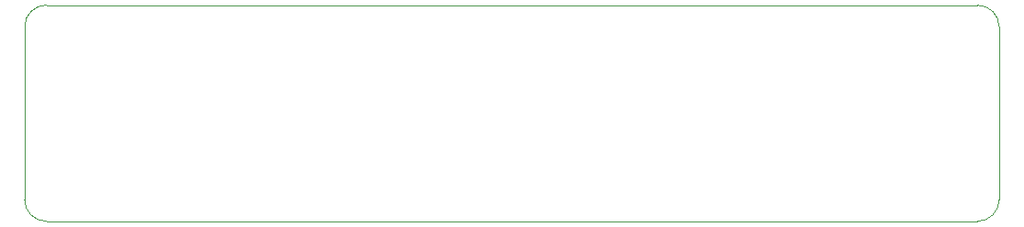
<source format=gbr>
%TF.GenerationSoftware,KiCad,Pcbnew,(5.1.10)-1*%
%TF.CreationDate,2021-06-13T23:34:16+02:00*%
%TF.ProjectId,mailbox_notifier_wifi,6d61696c-626f-4785-9f6e-6f7469666965,rev?*%
%TF.SameCoordinates,Original*%
%TF.FileFunction,Profile,NP*%
%FSLAX46Y46*%
G04 Gerber Fmt 4.6, Leading zero omitted, Abs format (unit mm)*
G04 Created by KiCad (PCBNEW (5.1.10)-1) date 2021-06-13 23:34:16*
%MOMM*%
%LPD*%
G01*
G04 APERTURE LIST*
%TA.AperFunction,Profile*%
%ADD10C,0.050000*%
%TD*%
G04 APERTURE END LIST*
D10*
X102500000Y-100000000D02*
G75*
G02*
X100500000Y-98000000I0J2000000D01*
G01*
X100500000Y-82000000D02*
G75*
G02*
X102500000Y-80000000I2000000J0D01*
G01*
X188500000Y-80000000D02*
G75*
G02*
X190500000Y-82000000I0J-2000000D01*
G01*
X190500000Y-98000000D02*
G75*
G02*
X188500000Y-100000000I-2000000J0D01*
G01*
X102500000Y-100000000D02*
X188500000Y-100000000D01*
X188500000Y-80000000D02*
X102500000Y-80000000D01*
X100500000Y-82000000D02*
X100500000Y-98000000D01*
X190500000Y-82000000D02*
X190500000Y-98000000D01*
M02*

</source>
